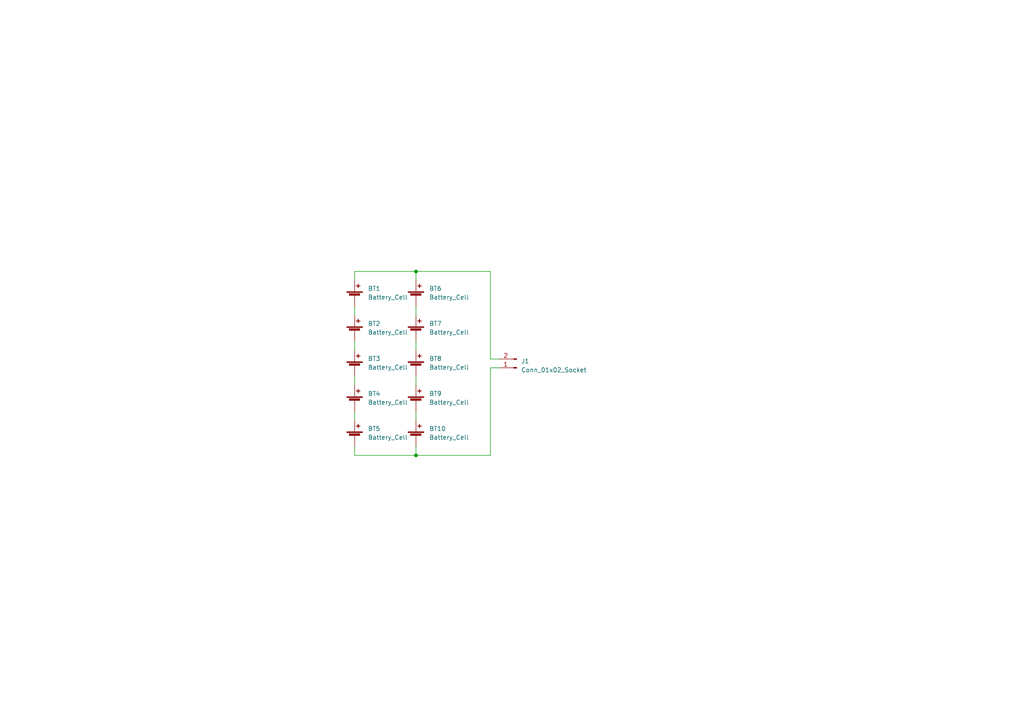
<source format=kicad_sch>
(kicad_sch (version 20230121) (generator eeschema)
  (paper "A4")
  (lib_symbols
    (symbol "Connector:Conn_01x02_Pin" (pin_names (offset 1.016) hide)
      (property "Reference" "J" (at 0 2.54 0))
      (property "Value" "Conn_01x02_Pin" (at 0 -5.08 0))
      (symbol "Conn_01x02_Pin_1_1"
        (polyline (pts (xy 1.27 -2.54) (xy 0.8636 -2.54)) (stroke (width 0.1524)))
        (polyline (pts (xy 1.27 0) (xy 0.8636 0)) (stroke (width 0.1524)))
        (rectangle (start 0.8636 -2.413) (end 0 -2.667) (stroke (width 0.1524)) (fill (type outline)))
        (rectangle (start 0.8636 0.127) (end 0 -0.127) (stroke (width 0.1524)) (fill (type outline)))
        (pin passive line (at 5.08 0 180) (length 3.81) (name "Pin_1") (number "1"))
        (pin passive line (at 5.08 -2.54 180) (length 3.81) (name "Pin_2") (number "2"))
      )
    )
    (symbol "Device:Battery_Cell" (pin_numbers hide) (pin_names (offset 0) hide)
      (property "Reference" "BT" (at 2.54 2.54 0))
      (property "Value" "Battery_Cell" (at 2.54 0 0))
      (symbol "Battery_Cell_0_1"
        (rectangle (start -2.286 1.778) (end 2.286 1.524) (fill (type outline)))
        (rectangle (start -1.5748 1.1938) (end 1.4732 0.6858) (fill (type outline)))
        (polyline (pts (xy 0 0.762) (xy 0 0)))
        (polyline (pts (xy 0 1.778) (xy 0 2.54)))
        (polyline (pts (xy 0.508 3.429) (xy 1.524 3.429)) (stroke (width 0.254)))
        (polyline (pts (xy 1.016 3.937) (xy 1.016 2.921)) (stroke (width 0.254)))
      )
      (symbol "Battery_Cell_1_1"
        (pin passive line (at 0 5.08 270) (length 2.54) (name "+") (number "1"))
        (pin passive line (at 0 -2.54 90) (length 2.54) (name "-") (number "2"))
      )
    )
  )
  (junction (at 120.65 132.08))
  (junction (at 120.65 78.74))
  (wire (pts (xy 142.24 104.14) (xy 144.78 104.14)))
  (wire (pts (xy 120.65 99.06) (xy 120.65 101.6)))
  (wire (pts (xy 102.87 109.22) (xy 102.87 111.76)))
  (wire (pts (xy 102.87 132.08) (xy 102.87 129.54)))
  (wire (pts (xy 120.65 132.08) (xy 102.87 132.08)))
  (wire (pts (xy 120.65 78.74) (xy 120.65 81.28)))
  (wire (pts (xy 120.65 129.54) (xy 120.65 132.08)))
  (wire (pts (xy 142.24 132.08) (xy 120.65 132.08)))
  (wire (pts (xy 142.24 78.74) (xy 120.65 78.74)))
  (wire (pts (xy 144.78 106.68) (xy 142.24 106.68)))
  (wire (pts (xy 120.65 119.38) (xy 120.65 121.92)))
  (wire (pts (xy 142.24 106.68) (xy 142.24 132.08)))
  (wire (pts (xy 102.87 78.74) (xy 102.87 81.28)))
  (wire (pts (xy 120.65 109.22) (xy 120.65 111.76)))
  (wire (pts (xy 120.65 78.74) (xy 102.87 78.74)))
  (wire (pts (xy 120.65 88.9) (xy 120.65 91.44)))
  (wire (pts (xy 102.87 119.38) (xy 102.87 121.92)))
  (wire (pts (xy 142.24 104.14) (xy 142.24 78.74)))
  (wire (pts (xy 102.87 88.9) (xy 102.87 91.44)))
  (wire (pts (xy 102.87 99.06) (xy 102.87 101.6)))
  (symbol (lib_id "Device:Battery_Cell") (at 120.65 127 0) (unit 1)
    (property "Reference" "BT10" (at 124.46 124.333 0) (effects (justify left)))
    (property "Value" "Battery_Cell" (at 124.46 126.873 0) (effects (justify left)))
    (property "Footprint" "KiCad:CR123APC" (effects hide))
  )
  (symbol (lib_id "Device:Battery_Cell") (at 120.65 116.84 0) (unit 1)
    (property "Reference" "BT9" (at 124.46 114.173 0) (effects (justify left)))
    (property "Value" "Battery_Cell" (at 124.46 116.713 0) (effects (justify left)))
    (property "Footprint" "KiCad:CR123APC" (effects hide))
  )
  (symbol (lib_id "Device:Battery_Cell") (at 102.87 116.84 0) (unit 1)
    (property "Reference" "BT4" (at 106.68 114.173 0) (effects (justify left)))
    (property "Value" "Battery_Cell" (at 106.68 116.713 0) (effects (justify left)))
    (property "Footprint" "KiCad:CR123APC" (effects hide))
  )
  (symbol (lib_id "Device:Battery_Cell") (at 102.87 106.68 0) (unit 1)
    (property "Reference" "BT3" (at 106.68 104.013 0) (effects (justify left)))
    (property "Value" "Battery_Cell" (at 106.68 106.553 0) (effects (justify left)))
    (property "Footprint" "KiCad:CR123APC" (effects hide))
  )
  (symbol (lib_id "Connector:Conn_01x02_Pin") (at 149.86 106.68 180) (unit 1)
    (property "Reference" "J1" (at 151.13 104.775 0) (effects (justify right)))
    (property "Value" "Conn_01x02_Socket" (at 151.13 107.315 0) (effects (justify right)))
    (property "Footprint" "CONNECTOR:CONNECTOR_2-STRAIGHT" (effects hide))
  )
  (symbol (lib_id "Device:Battery_Cell") (at 120.65 96.52 0) (unit 1)
    (property "Reference" "BT7" (at 124.46 93.853 0) (effects (justify left)))
    (property "Value" "Battery_Cell" (at 124.46 96.393 0) (effects (justify left)))
    (property "Footprint" "KiCad:CR123APC" (effects hide))
  )
  (symbol (lib_id "Device:Battery_Cell") (at 120.65 106.68 0) (unit 1)
    (property "Reference" "BT8" (at 124.46 104.013 0) (effects (justify left)))
    (property "Value" "Battery_Cell" (at 124.46 106.553 0) (effects (justify left)))
    (property "Footprint" "KiCad:CR123APC" (effects hide))
  )
  (symbol (lib_id "Device:Battery_Cell") (at 102.87 86.36 0) (unit 1)
    (property "Reference" "BT1" (at 106.68 83.693 0) (effects (justify left)))
    (property "Value" "Battery_Cell" (at 106.68 86.233 0) (effects (justify left)))
    (property "Footprint" "KiCad:CR123APC" (effects hide))
  )
  (symbol (lib_id "Device:Battery_Cell") (at 120.65 86.36 0) (unit 1)
    (property "Reference" "BT6" (at 124.46 83.693 0) (effects (justify left)))
    (property "Value" "Battery_Cell" (at 124.46 86.233 0) (effects (justify left)))
    (property "Footprint" "KiCad:CR123APC" (effects hide))
  )
  (symbol (lib_id "Device:Battery_Cell") (at 102.87 127 0) (unit 1)
    (property "Reference" "BT5" (at 106.68 124.333 0) (effects (justify left)))
    (property "Value" "Battery_Cell" (at 106.68 126.873 0) (effects (justify left)))
    (property "Footprint" "KiCad:CR123APC" (effects hide))
  )
  (symbol (lib_id "Device:Battery_Cell") (at 102.87 96.52 0) (unit 1)
    (property "Reference" "BT2" (at 106.68 93.853 0) (effects (justify left)))
    (property "Value" "Battery_Cell" (at 106.68 96.393 0) (effects (justify left)))
    (property "Footprint" "KiCad:CR123APC" (effects hide))
  )
)
</source>
